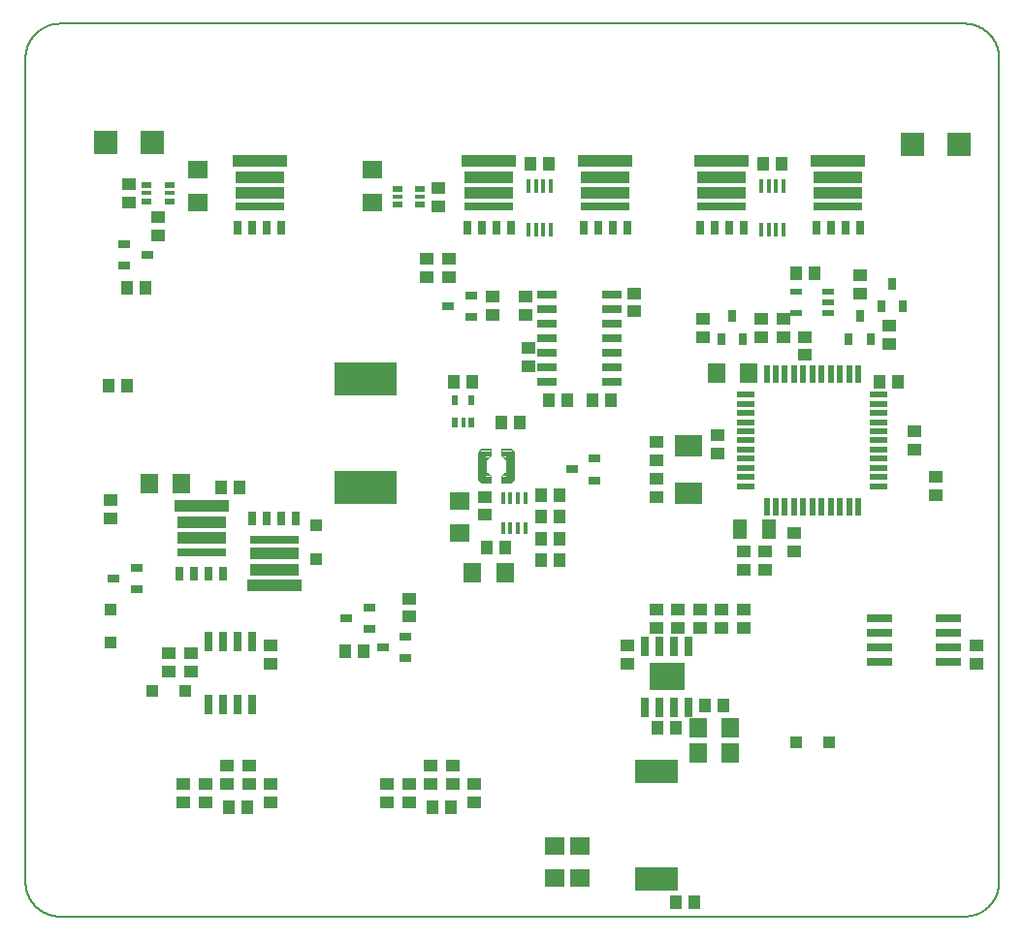
<source format=gtp>
G75*
%MOIN*%
%OFA0B0*%
%FSLAX25Y25*%
%IPPOS*%
%LPD*%
%AMOC8*
5,1,8,0,0,1.08239X$1,22.5*
%
%ADD10R,0.02756X0.04528*%
%ADD11R,0.16535X0.04331*%
%ADD12R,0.18898X0.04331*%
%ADD13R,0.16535X0.02756*%
%ADD14R,0.04331X0.04331*%
%ADD15R,0.21654X0.11811*%
%ADD16R,0.05118X0.04331*%
%ADD17R,0.04331X0.05118*%
%ADD18R,0.07098X0.06299*%
%ADD19R,0.03543X0.02362*%
%ADD20R,0.03543X0.01575*%
%ADD21R,0.02756X0.06890*%
%ADD22R,0.06890X0.02756*%
%ADD23R,0.01772X0.04331*%
%ADD24R,0.03150X0.09449*%
%ADD25C,0.00394*%
%ADD26R,0.06299X0.07087*%
%ADD27R,0.07087X0.06299*%
%ADD28R,0.03937X0.03150*%
%ADD29R,0.04724X0.07087*%
%ADD30R,0.14961X0.07874*%
%ADD31R,0.02362X0.03543*%
%ADD32R,0.01575X0.03543*%
%ADD33R,0.03150X0.03937*%
%ADD34R,0.05906X0.01969*%
%ADD35R,0.01969X0.05906*%
%ADD36R,0.09449X0.07480*%
%ADD37R,0.04331X0.02362*%
%ADD38R,0.01575X0.05118*%
%ADD39C,0.00787*%
%ADD40R,0.12205X0.09449*%
%ADD41R,0.07874X0.07874*%
%ADD42R,0.08858X0.02756*%
D10*
X0117028Y0146644D03*
X0122028Y0146644D03*
X0127028Y0146644D03*
X0132028Y0146644D03*
X0142028Y0165600D03*
X0147028Y0165600D03*
X0152028Y0165600D03*
X0157028Y0165600D03*
X0152028Y0265394D03*
X0147028Y0265394D03*
X0142028Y0265394D03*
X0137028Y0265394D03*
X0215778Y0265394D03*
X0220778Y0265394D03*
X0225778Y0265394D03*
X0230778Y0265394D03*
X0255778Y0265394D03*
X0260778Y0265394D03*
X0265778Y0265394D03*
X0270778Y0265394D03*
X0295778Y0265394D03*
X0300778Y0265394D03*
X0305778Y0265394D03*
X0310778Y0265394D03*
X0335778Y0265394D03*
X0340778Y0265394D03*
X0345778Y0265394D03*
X0350778Y0265394D03*
D11*
X0343278Y0277500D03*
X0343278Y0283012D03*
X0303278Y0283012D03*
X0303278Y0277500D03*
X0263278Y0277500D03*
X0263278Y0283012D03*
X0223278Y0283012D03*
X0223278Y0277500D03*
X0144528Y0277500D03*
X0144528Y0283012D03*
X0124528Y0164262D03*
X0124528Y0158750D03*
X0149528Y0153494D03*
X0149528Y0147982D03*
D12*
X0149528Y0142470D03*
X0124528Y0169774D03*
X0144528Y0288524D03*
X0223278Y0288524D03*
X0263278Y0288524D03*
X0303278Y0288524D03*
X0343278Y0288524D03*
D13*
X0343278Y0272776D03*
X0303278Y0272776D03*
X0263278Y0272776D03*
X0223278Y0272776D03*
X0144528Y0272776D03*
X0149528Y0158219D03*
X0124528Y0154026D03*
D14*
X0093278Y0134331D03*
X0093278Y0122913D03*
X0107569Y0106122D03*
X0118986Y0106122D03*
X0163903Y0151663D03*
X0163903Y0163081D03*
X0328819Y0088622D03*
X0340236Y0088622D03*
D15*
X0180778Y0176171D03*
X0180778Y0213573D03*
D16*
X0224528Y0235472D03*
X0224528Y0241772D03*
X0235778Y0241772D03*
X0235778Y0235472D03*
X0237028Y0224272D03*
X0237028Y0217972D03*
X0273278Y0236722D03*
X0273278Y0243022D03*
X0297028Y0234272D03*
X0297028Y0227972D03*
X0317028Y0227972D03*
X0324528Y0227972D03*
X0324528Y0234272D03*
X0317028Y0234272D03*
X0332028Y0228022D03*
X0332028Y0221722D03*
X0350778Y0242972D03*
X0350778Y0249272D03*
X0360778Y0231772D03*
X0360778Y0225472D03*
X0369528Y0195522D03*
X0369528Y0189222D03*
X0377028Y0179897D03*
X0377028Y0173597D03*
X0328278Y0160522D03*
X0328278Y0154222D03*
X0318278Y0154272D03*
X0318278Y0147972D03*
X0310778Y0147972D03*
X0310778Y0154272D03*
X0310778Y0134272D03*
X0303278Y0134272D03*
X0303278Y0127972D03*
X0310778Y0127972D03*
X0295778Y0127972D03*
X0295778Y0134272D03*
X0288278Y0134272D03*
X0280778Y0134272D03*
X0280778Y0127972D03*
X0288278Y0127972D03*
X0270778Y0121772D03*
X0270778Y0115472D03*
X0218278Y0074272D03*
X0218278Y0067972D03*
X0210778Y0074222D03*
X0203278Y0074222D03*
X0203278Y0080522D03*
X0210778Y0080522D03*
X0195778Y0074272D03*
X0188278Y0074272D03*
X0188278Y0067972D03*
X0195778Y0067972D03*
X0148278Y0067972D03*
X0148278Y0074272D03*
X0140778Y0074222D03*
X0133278Y0074222D03*
X0133278Y0080522D03*
X0140778Y0080522D03*
X0125778Y0074272D03*
X0125778Y0067972D03*
X0118278Y0067972D03*
X0118278Y0074272D03*
X0120778Y0112972D03*
X0120778Y0119272D03*
X0113278Y0119272D03*
X0113278Y0112972D03*
X0148278Y0115472D03*
X0148278Y0121772D03*
X0195778Y0131722D03*
X0195778Y0138022D03*
X0222028Y0166722D03*
X0222028Y0173022D03*
X0280778Y0172972D03*
X0280778Y0179272D03*
X0280778Y0185472D03*
X0280778Y0191772D03*
X0302028Y0194272D03*
X0302028Y0187972D03*
X0209528Y0248597D03*
X0209528Y0254897D03*
X0202028Y0254897D03*
X0202028Y0248597D03*
X0205778Y0272972D03*
X0205778Y0279272D03*
X0109528Y0269272D03*
X0109528Y0262972D03*
X0099528Y0274222D03*
X0099528Y0280522D03*
X0093278Y0171772D03*
X0093278Y0165472D03*
X0390778Y0121772D03*
X0390778Y0115472D03*
D17*
X0303927Y0101122D03*
X0297628Y0101122D03*
X0287677Y0093622D03*
X0281378Y0093622D03*
X0247677Y0151122D03*
X0241378Y0151122D03*
X0241378Y0158622D03*
X0247677Y0158622D03*
X0247677Y0166122D03*
X0241378Y0166122D03*
X0241378Y0173622D03*
X0247677Y0173622D03*
X0228927Y0155497D03*
X0222628Y0155497D03*
X0180177Y0119872D03*
X0173878Y0119872D03*
X0203878Y0066122D03*
X0210177Y0066122D03*
X0140177Y0066122D03*
X0133878Y0066122D03*
X0131378Y0176122D03*
X0137677Y0176122D03*
X0098927Y0211122D03*
X0092628Y0211122D03*
X0098878Y0244872D03*
X0105177Y0244872D03*
X0211378Y0212372D03*
X0217677Y0212372D03*
X0227628Y0198622D03*
X0233927Y0198622D03*
X0243878Y0206122D03*
X0250177Y0206122D03*
X0258878Y0206122D03*
X0265177Y0206122D03*
X0328878Y0249872D03*
X0335177Y0249872D03*
X0323927Y0287372D03*
X0317628Y0287372D03*
X0243927Y0287372D03*
X0237628Y0287372D03*
X0357628Y0212372D03*
X0363927Y0212372D03*
X0293927Y0033622D03*
X0287628Y0033622D03*
D18*
X0183278Y0274274D03*
X0183278Y0285470D03*
X0123278Y0285470D03*
X0123278Y0274274D03*
D19*
X0113465Y0274616D03*
X0105591Y0274616D03*
X0105591Y0280128D03*
X0113465Y0280128D03*
X0191841Y0278878D03*
X0191841Y0273366D03*
X0199715Y0273366D03*
X0199715Y0278878D03*
D20*
X0199715Y0276122D03*
X0191841Y0276122D03*
X0113465Y0277372D03*
X0105591Y0277372D03*
D21*
X0127028Y0123199D03*
X0132028Y0123199D03*
X0137028Y0123199D03*
X0142028Y0123199D03*
X0142028Y0101545D03*
X0137028Y0101545D03*
X0132028Y0101545D03*
X0127028Y0101545D03*
X0277028Y0100689D03*
X0282028Y0100689D03*
X0287028Y0100689D03*
X0292028Y0100689D03*
X0292028Y0121555D03*
X0287028Y0121555D03*
X0282028Y0121555D03*
X0277028Y0121555D03*
D22*
X0265650Y0212372D03*
X0265650Y0217372D03*
X0265650Y0222372D03*
X0265650Y0227372D03*
X0265650Y0232372D03*
X0265650Y0237372D03*
X0265650Y0242372D03*
X0243406Y0242372D03*
X0243406Y0237372D03*
X0243406Y0232372D03*
X0243406Y0227372D03*
X0243406Y0222372D03*
X0243406Y0217372D03*
X0243406Y0212372D03*
D23*
X0235866Y0172490D03*
X0233307Y0172490D03*
X0230748Y0172490D03*
X0228189Y0172490D03*
X0228189Y0162254D03*
X0230748Y0162254D03*
X0233307Y0162254D03*
X0235866Y0162254D03*
D24*
X0230699Y0183622D03*
X0220856Y0183425D03*
D25*
X0219478Y0183546D02*
X0222234Y0183546D01*
X0222234Y0183938D02*
X0219478Y0183938D01*
X0219478Y0184330D02*
X0222234Y0184330D01*
X0222234Y0184722D02*
X0219478Y0184722D01*
X0219478Y0185115D02*
X0222234Y0185115D01*
X0222234Y0185507D02*
X0219478Y0185507D01*
X0219478Y0185899D02*
X0222543Y0185899D01*
X0222234Y0185591D02*
X0223809Y0187165D01*
X0223809Y0189528D01*
X0220659Y0189528D01*
X0219478Y0188346D01*
X0219478Y0178898D01*
X0220659Y0177717D01*
X0223809Y0177717D01*
X0223809Y0180079D01*
X0222234Y0181654D01*
X0222234Y0185591D01*
X0222935Y0186291D02*
X0219478Y0186291D01*
X0219478Y0186684D02*
X0223327Y0186684D01*
X0223719Y0187076D02*
X0219478Y0187076D01*
X0219478Y0187468D02*
X0223809Y0187468D01*
X0223809Y0187860D02*
X0219478Y0187860D01*
X0219478Y0188252D02*
X0223809Y0188252D01*
X0223809Y0188645D02*
X0219776Y0188645D01*
X0220169Y0189037D02*
X0223809Y0189037D01*
X0223809Y0189429D02*
X0220561Y0189429D01*
X0227746Y0189429D02*
X0230994Y0189429D01*
X0230896Y0189528D02*
X0232077Y0188346D01*
X0232077Y0178898D01*
X0230896Y0177717D01*
X0227746Y0177717D01*
X0227746Y0180079D01*
X0229321Y0181654D01*
X0229321Y0185591D01*
X0227746Y0187165D01*
X0227746Y0189528D01*
X0230896Y0189528D01*
X0231386Y0189037D02*
X0227746Y0189037D01*
X0227746Y0188645D02*
X0231779Y0188645D01*
X0232077Y0188252D02*
X0227746Y0188252D01*
X0227746Y0187860D02*
X0232077Y0187860D01*
X0232077Y0187468D02*
X0227746Y0187468D01*
X0227836Y0187076D02*
X0232077Y0187076D01*
X0232077Y0186684D02*
X0228228Y0186684D01*
X0228620Y0186291D02*
X0232077Y0186291D01*
X0232077Y0185899D02*
X0229012Y0185899D01*
X0229321Y0185507D02*
X0232077Y0185507D01*
X0232077Y0185115D02*
X0229321Y0185115D01*
X0229321Y0184722D02*
X0232077Y0184722D01*
X0232077Y0184330D02*
X0229321Y0184330D01*
X0229321Y0183938D02*
X0232077Y0183938D01*
X0232077Y0183546D02*
X0229321Y0183546D01*
X0229321Y0183154D02*
X0232077Y0183154D01*
X0232077Y0182761D02*
X0229321Y0182761D01*
X0229321Y0182369D02*
X0232077Y0182369D01*
X0232077Y0181977D02*
X0229321Y0181977D01*
X0229252Y0181585D02*
X0232077Y0181585D01*
X0232077Y0181193D02*
X0228860Y0181193D01*
X0228468Y0180800D02*
X0232077Y0180800D01*
X0232077Y0180408D02*
X0228075Y0180408D01*
X0227746Y0180016D02*
X0232077Y0180016D01*
X0232077Y0179624D02*
X0227746Y0179624D01*
X0227746Y0179231D02*
X0232077Y0179231D01*
X0232018Y0178839D02*
X0227746Y0178839D01*
X0227746Y0178447D02*
X0231626Y0178447D01*
X0231234Y0178055D02*
X0227746Y0178055D01*
X0223809Y0178055D02*
X0220321Y0178055D01*
X0219929Y0178447D02*
X0223809Y0178447D01*
X0223809Y0178839D02*
X0219537Y0178839D01*
X0219478Y0179231D02*
X0223809Y0179231D01*
X0223809Y0179624D02*
X0219478Y0179624D01*
X0219478Y0180016D02*
X0223809Y0180016D01*
X0223480Y0180408D02*
X0219478Y0180408D01*
X0219478Y0180800D02*
X0223087Y0180800D01*
X0222695Y0181193D02*
X0219478Y0181193D01*
X0219478Y0181585D02*
X0222303Y0181585D01*
X0222234Y0181977D02*
X0219478Y0181977D01*
X0219478Y0182369D02*
X0222234Y0182369D01*
X0222234Y0182761D02*
X0219478Y0182761D01*
X0219478Y0183154D02*
X0222234Y0183154D01*
D26*
X0217766Y0146747D03*
X0228789Y0146747D03*
X0295266Y0093622D03*
X0295266Y0084872D03*
X0306289Y0084872D03*
X0306289Y0093622D03*
X0301516Y0215497D03*
X0312539Y0215497D03*
X0117539Y0177372D03*
X0106516Y0177372D03*
D27*
X0213278Y0171634D03*
X0213278Y0160610D03*
X0245778Y0052884D03*
X0254528Y0052884D03*
X0254528Y0041860D03*
X0245778Y0041860D03*
D28*
X0194715Y0117382D03*
X0194715Y0124862D03*
X0186841Y0121122D03*
X0182215Y0127382D03*
X0182215Y0134862D03*
X0174341Y0131122D03*
X0102215Y0141132D03*
X0102215Y0148612D03*
X0094341Y0144872D03*
X0209341Y0238622D03*
X0217215Y0234882D03*
X0217215Y0242362D03*
X0259715Y0186112D03*
X0259715Y0178632D03*
X0251841Y0182372D03*
X0105965Y0256122D03*
X0098091Y0252382D03*
X0098091Y0259862D03*
D29*
X0309606Y0161747D03*
X0319449Y0161747D03*
D30*
X0280778Y0078376D03*
X0280778Y0041368D03*
D31*
X0217283Y0198435D03*
X0211772Y0198435D03*
X0211772Y0206309D03*
X0217283Y0206309D03*
D32*
X0214528Y0198435D03*
D33*
X0303287Y0227185D03*
X0310768Y0227185D03*
X0307028Y0235059D03*
X0347037Y0227185D03*
X0354518Y0227185D03*
X0350778Y0235059D03*
X0358287Y0238435D03*
X0365768Y0238435D03*
X0362028Y0246309D03*
D34*
X0357362Y0208120D03*
X0357362Y0204970D03*
X0357362Y0201821D03*
X0357362Y0198671D03*
X0357362Y0195522D03*
X0357362Y0192372D03*
X0357362Y0189222D03*
X0357362Y0186073D03*
X0357362Y0182923D03*
X0357362Y0179774D03*
X0357362Y0176624D03*
X0311693Y0176624D03*
X0311693Y0179774D03*
X0311693Y0182923D03*
X0311693Y0186073D03*
X0311693Y0189222D03*
X0311693Y0192372D03*
X0311693Y0195522D03*
X0311693Y0198671D03*
X0311693Y0201821D03*
X0311693Y0204970D03*
X0311693Y0208120D03*
D35*
X0318780Y0215207D03*
X0321929Y0215207D03*
X0325079Y0215207D03*
X0328228Y0215207D03*
X0331378Y0215207D03*
X0334528Y0215207D03*
X0337677Y0215207D03*
X0340827Y0215207D03*
X0343976Y0215207D03*
X0347126Y0215207D03*
X0350276Y0215207D03*
X0350276Y0169537D03*
X0347126Y0169537D03*
X0343976Y0169537D03*
X0340827Y0169537D03*
X0337677Y0169537D03*
X0334528Y0169537D03*
X0331378Y0169537D03*
X0328228Y0169537D03*
X0325079Y0169537D03*
X0321929Y0169537D03*
X0318780Y0169537D03*
D36*
X0292028Y0174301D03*
X0292028Y0190443D03*
D37*
X0329016Y0236132D03*
X0329016Y0243612D03*
X0340039Y0243612D03*
X0340039Y0239872D03*
X0340039Y0236132D03*
D38*
X0324616Y0264892D03*
X0322057Y0264892D03*
X0319498Y0264892D03*
X0316939Y0264892D03*
X0316939Y0279852D03*
X0319498Y0279852D03*
X0322057Y0279852D03*
X0324616Y0279852D03*
X0244616Y0279852D03*
X0242057Y0279852D03*
X0239498Y0279852D03*
X0236939Y0279852D03*
X0236939Y0264892D03*
X0239498Y0264892D03*
X0242057Y0264892D03*
X0244616Y0264892D03*
D39*
X0064055Y0323898D02*
X0064055Y0040433D01*
X0064058Y0040148D01*
X0064069Y0039862D01*
X0064086Y0039577D01*
X0064110Y0039293D01*
X0064141Y0039009D01*
X0064179Y0038726D01*
X0064224Y0038445D01*
X0064275Y0038164D01*
X0064333Y0037884D01*
X0064398Y0037606D01*
X0064470Y0037330D01*
X0064548Y0037056D01*
X0064633Y0036783D01*
X0064725Y0036513D01*
X0064823Y0036245D01*
X0064927Y0035979D01*
X0065038Y0035716D01*
X0065155Y0035456D01*
X0065278Y0035198D01*
X0065408Y0034944D01*
X0065544Y0034693D01*
X0065685Y0034445D01*
X0065833Y0034201D01*
X0065986Y0033960D01*
X0066146Y0033724D01*
X0066311Y0033491D01*
X0066481Y0033262D01*
X0066657Y0033037D01*
X0066839Y0032817D01*
X0067025Y0032601D01*
X0067217Y0032390D01*
X0067414Y0032183D01*
X0067616Y0031981D01*
X0067823Y0031784D01*
X0068034Y0031592D01*
X0068250Y0031406D01*
X0068470Y0031224D01*
X0068695Y0031048D01*
X0068924Y0030878D01*
X0069157Y0030713D01*
X0069393Y0030553D01*
X0069634Y0030400D01*
X0069878Y0030252D01*
X0070126Y0030111D01*
X0070377Y0029975D01*
X0070631Y0029845D01*
X0070889Y0029722D01*
X0071149Y0029605D01*
X0071412Y0029494D01*
X0071678Y0029390D01*
X0071946Y0029292D01*
X0072216Y0029200D01*
X0072489Y0029115D01*
X0072763Y0029037D01*
X0073039Y0028965D01*
X0073317Y0028900D01*
X0073597Y0028842D01*
X0073878Y0028791D01*
X0074159Y0028746D01*
X0074442Y0028708D01*
X0074726Y0028677D01*
X0075010Y0028653D01*
X0075295Y0028636D01*
X0075581Y0028625D01*
X0075866Y0028622D01*
X0386890Y0028622D01*
X0387175Y0028625D01*
X0387461Y0028636D01*
X0387746Y0028653D01*
X0388030Y0028677D01*
X0388314Y0028708D01*
X0388597Y0028746D01*
X0388878Y0028791D01*
X0389159Y0028842D01*
X0389439Y0028900D01*
X0389717Y0028965D01*
X0389993Y0029037D01*
X0390267Y0029115D01*
X0390540Y0029200D01*
X0390810Y0029292D01*
X0391078Y0029390D01*
X0391344Y0029494D01*
X0391607Y0029605D01*
X0391867Y0029722D01*
X0392125Y0029845D01*
X0392379Y0029975D01*
X0392630Y0030111D01*
X0392878Y0030252D01*
X0393122Y0030400D01*
X0393363Y0030553D01*
X0393599Y0030713D01*
X0393832Y0030878D01*
X0394061Y0031048D01*
X0394286Y0031224D01*
X0394506Y0031406D01*
X0394722Y0031592D01*
X0394933Y0031784D01*
X0395140Y0031981D01*
X0395342Y0032183D01*
X0395539Y0032390D01*
X0395731Y0032601D01*
X0395917Y0032817D01*
X0396099Y0033037D01*
X0396275Y0033262D01*
X0396445Y0033491D01*
X0396610Y0033724D01*
X0396770Y0033960D01*
X0396923Y0034201D01*
X0397071Y0034445D01*
X0397212Y0034693D01*
X0397348Y0034944D01*
X0397478Y0035198D01*
X0397601Y0035456D01*
X0397718Y0035716D01*
X0397829Y0035979D01*
X0397933Y0036245D01*
X0398031Y0036513D01*
X0398123Y0036783D01*
X0398208Y0037056D01*
X0398286Y0037330D01*
X0398358Y0037606D01*
X0398423Y0037884D01*
X0398481Y0038164D01*
X0398532Y0038445D01*
X0398577Y0038726D01*
X0398615Y0039009D01*
X0398646Y0039293D01*
X0398670Y0039577D01*
X0398687Y0039862D01*
X0398698Y0040148D01*
X0398701Y0040433D01*
X0398701Y0323898D01*
X0398698Y0324183D01*
X0398687Y0324469D01*
X0398670Y0324754D01*
X0398646Y0325038D01*
X0398615Y0325322D01*
X0398577Y0325605D01*
X0398532Y0325886D01*
X0398481Y0326167D01*
X0398423Y0326447D01*
X0398358Y0326725D01*
X0398286Y0327001D01*
X0398208Y0327275D01*
X0398123Y0327548D01*
X0398031Y0327818D01*
X0397933Y0328086D01*
X0397829Y0328352D01*
X0397718Y0328615D01*
X0397601Y0328875D01*
X0397478Y0329133D01*
X0397348Y0329387D01*
X0397212Y0329638D01*
X0397071Y0329886D01*
X0396923Y0330130D01*
X0396770Y0330371D01*
X0396610Y0330607D01*
X0396445Y0330840D01*
X0396275Y0331069D01*
X0396099Y0331294D01*
X0395917Y0331514D01*
X0395731Y0331730D01*
X0395539Y0331941D01*
X0395342Y0332148D01*
X0395140Y0332350D01*
X0394933Y0332547D01*
X0394722Y0332739D01*
X0394506Y0332925D01*
X0394286Y0333107D01*
X0394061Y0333283D01*
X0393832Y0333453D01*
X0393599Y0333618D01*
X0393363Y0333778D01*
X0393122Y0333931D01*
X0392878Y0334079D01*
X0392630Y0334220D01*
X0392379Y0334356D01*
X0392125Y0334486D01*
X0391867Y0334609D01*
X0391607Y0334726D01*
X0391344Y0334837D01*
X0391078Y0334941D01*
X0390810Y0335039D01*
X0390540Y0335131D01*
X0390267Y0335216D01*
X0389993Y0335294D01*
X0389717Y0335366D01*
X0389439Y0335431D01*
X0389159Y0335489D01*
X0388878Y0335540D01*
X0388597Y0335585D01*
X0388314Y0335623D01*
X0388030Y0335654D01*
X0387746Y0335678D01*
X0387461Y0335695D01*
X0387175Y0335706D01*
X0386890Y0335709D01*
X0075866Y0335709D01*
X0075581Y0335706D01*
X0075295Y0335695D01*
X0075010Y0335678D01*
X0074726Y0335654D01*
X0074442Y0335623D01*
X0074159Y0335585D01*
X0073878Y0335540D01*
X0073597Y0335489D01*
X0073317Y0335431D01*
X0073039Y0335366D01*
X0072763Y0335294D01*
X0072489Y0335216D01*
X0072216Y0335131D01*
X0071946Y0335039D01*
X0071678Y0334941D01*
X0071412Y0334837D01*
X0071149Y0334726D01*
X0070889Y0334609D01*
X0070631Y0334486D01*
X0070377Y0334356D01*
X0070126Y0334220D01*
X0069878Y0334079D01*
X0069634Y0333931D01*
X0069393Y0333778D01*
X0069157Y0333618D01*
X0068924Y0333453D01*
X0068695Y0333283D01*
X0068470Y0333107D01*
X0068250Y0332925D01*
X0068034Y0332739D01*
X0067823Y0332547D01*
X0067616Y0332350D01*
X0067414Y0332148D01*
X0067217Y0331941D01*
X0067025Y0331730D01*
X0066839Y0331514D01*
X0066657Y0331294D01*
X0066481Y0331069D01*
X0066311Y0330840D01*
X0066146Y0330607D01*
X0065986Y0330371D01*
X0065833Y0330130D01*
X0065685Y0329886D01*
X0065544Y0329638D01*
X0065408Y0329387D01*
X0065278Y0329133D01*
X0065155Y0328875D01*
X0065038Y0328615D01*
X0064927Y0328352D01*
X0064823Y0328086D01*
X0064725Y0327818D01*
X0064633Y0327548D01*
X0064548Y0327275D01*
X0064470Y0327001D01*
X0064398Y0326725D01*
X0064333Y0326447D01*
X0064275Y0326167D01*
X0064224Y0325886D01*
X0064179Y0325605D01*
X0064141Y0325322D01*
X0064110Y0325038D01*
X0064086Y0324754D01*
X0064069Y0324469D01*
X0064058Y0324183D01*
X0064055Y0323898D01*
D40*
X0284528Y0111122D03*
D41*
X0368957Y0294247D03*
X0385098Y0294247D03*
X0107598Y0294872D03*
X0091457Y0294872D03*
D42*
X0357717Y0131122D03*
X0357717Y0126122D03*
X0357717Y0121122D03*
X0357717Y0116122D03*
X0381339Y0116122D03*
X0381339Y0121122D03*
X0381339Y0126122D03*
X0381339Y0131122D03*
M02*

</source>
